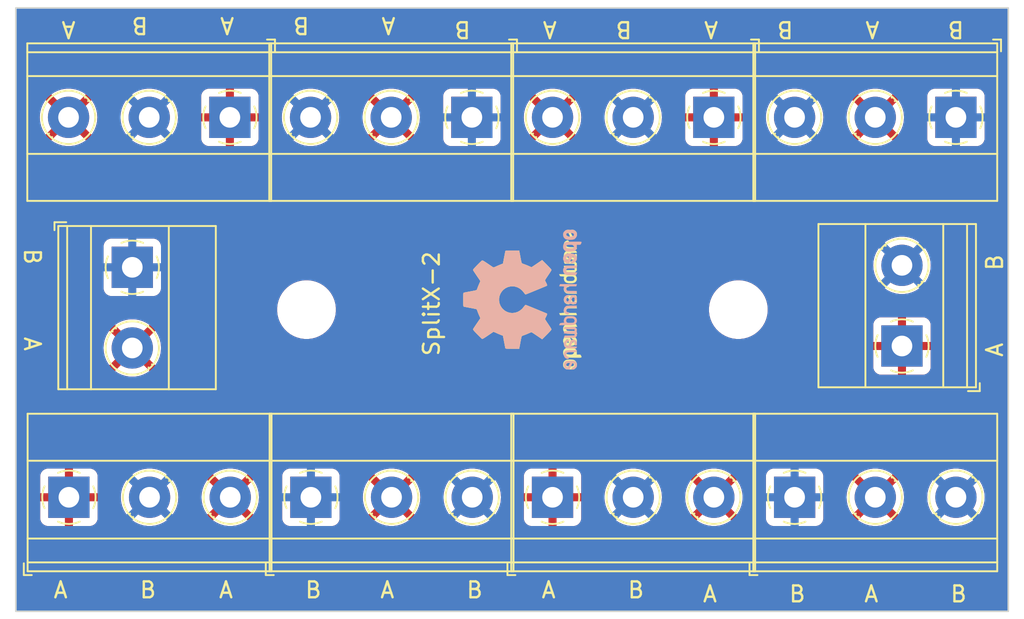
<source format=kicad_pcb>
(kicad_pcb (version 20240108) (generator "pcbnew") (generator_version "8.0")
  (layers (0 "F.Cu" signal) (31 "B.Cu" signal) (34 "B.Paste" user) (35 "F.Paste" user) (36 "B.SilkS" user "B.Silkscreen") (37 "F.SilkS" user "F.Silkscreen") (38 "B.Mask" user) (39 "F.Mask" user) (44 "Edge.Cuts" user))
  (net 0 "")
  (net 1 "B")
  (net 2 "A")
  (footprint "TerminalBlock_Phoenix:TerminalBlock_Phoenix_MKDS-1,5-3-5.08_1x03_P5.08mm_Horizontal" (layer "F.Cu") (at 220.218 43.891 180)
    (property "Reference" "J5" (hide yes))
    (property "Value" "Screw_Terminal_01x03")
    (pad "1" thru_hole rect (at 0 0 180) (size 2.6 2.6) (drill 1.3) (layers "*.Cu" "*.Mask") (net 1 "B"))
    (pad "2" thru_hole circle (at 5.08 0 180) (size 2.6 2.6) (drill 1.3) (layers "*.Cu" "*.Mask") (net 2 "A"))
    (pad "3" thru_hole circle (at 10.16 0 180) (size 2.6 2.6) (drill 1.3) (layers "*.Cu" "*.Mask") (net 1 "B"))
  )
  (footprint "TerminalBlock_Phoenix:TerminalBlock_Phoenix_MKDS-1,5-3-5.08_1x03_P5.08mm_Horizontal" (layer "F.Cu") (at 210.08 67.818)
    (property "Reference" "J6" (hide yes))
    (property "Value" "Screw_Terminal_01x03")
    (pad "1" thru_hole rect (at 0 0) (size 2.6 2.6) (drill 1.3) (layers "*.Cu" "*.Mask") (net 1 "B"))
    (pad "2" thru_hole circle (at 5.08 0) (size 2.6 2.6) (drill 1.3) (layers "*.Cu" "*.Mask") (net 2 "A"))
    (pad "3" thru_hole circle (at 10.16 0) (size 2.6 2.6) (drill 1.3) (layers "*.Cu" "*.Mask") (net 1 "B"))
  )
  (footprint "TerminalBlock_Phoenix:TerminalBlock_Phoenix_MKDS-1,5-3-5.08_1x03_P5.08mm_Horizontal" (layer "F.Cu") (at 194.84 67.818)
    (property "Reference" "J4" (hide yes))
    (property "Value" "Screw_Terminal_01x03")
    (pad "1" thru_hole rect (at 0 0) (size 2.6 2.6) (drill 1.3) (layers "*.Cu" "*.Mask") (net 2 "A"))
    (pad "2" thru_hole circle (at 5.08 0) (size 2.6 2.6) (drill 1.3) (layers "*.Cu" "*.Mask") (net 1 "B"))
    (pad "3" thru_hole circle (at 10.16 0) (size 2.6 2.6) (drill 1.3) (layers "*.Cu" "*.Mask") (net 2 "A"))
  )
  (footprint "Symbol:OSHW-Logo2_9.8x8mm_SilkScreen" (layer "F.Cu") (at 223.393 55.372 90)
    (property "Reference" "REF**" (hide yes))
    (property "Value" "OSHW-Logo2_9.8x8mm_SilkScreen" (hide yes))
  )
  (footprint "TerminalBlock_Phoenix:TerminalBlock_Phoenix_MKDS-1,5-2-5.08_1x02_P5.08mm_Horizontal" (layer "F.Cu") (at 198.831 53.335 -90)
    (property "Reference" "J1" (hide yes))
    (property "Value" "Screw_Terminal_01x02")
    (pad "1" thru_hole rect (at 0 0 270) (size 2.6 2.6) (drill 1.3) (layers "*.Cu" "*.Mask") (net 1 "B"))
    (pad "2" thru_hole circle (at 5.08 0 270) (size 2.6 2.6) (drill 1.3) (layers "*.Cu" "*.Mask") (net 2 "A"))
  )
  (footprint "TerminalBlock_Phoenix:TerminalBlock_Phoenix_MKDS-1,5-3-5.08_1x03_P5.08mm_Horizontal" (layer "F.Cu") (at 225.298 67.818)
    (property "Reference" "J8" (hide yes))
    (property "Value" "Screw_Terminal_01x03")
    (pad "1" thru_hole rect (at 0 0) (size 2.6 2.6) (drill 1.3) (layers "*.Cu" "*.Mask") (net 2 "A"))
    (pad "2" thru_hole circle (at 5.08 0) (size 2.6 2.6) (drill 1.3) (layers "*.Cu" "*.Mask") (net 1 "B"))
    (pad "3" thru_hole circle (at 10.16 0) (size 2.6 2.6) (drill 1.3) (layers "*.Cu" "*.Mask") (net 2 "A"))
  )
  (footprint "TerminalBlock_Phoenix:TerminalBlock_Phoenix_MKDS-1,5-3-5.08_1x03_P5.08mm_Horizontal" (layer "F.Cu") (at 250.703 43.891 180)
    (property "Reference" "J2" (hide yes))
    (property "Value" "Screw_Terminal_01x03")
    (pad "1" thru_hole rect (at 0 0 180) (size 2.6 2.6) (drill 1.3) (layers "*.Cu" "*.Mask") (net 1 "B"))
    (pad "2" thru_hole circle (at 5.08 0 180) (size 2.6 2.6) (drill 1.3) (layers "*.Cu" "*.Mask") (net 2 "A"))
    (pad "3" thru_hole circle (at 10.16 0 180) (size 2.6 2.6) (drill 1.3) (layers "*.Cu" "*.Mask") (net 1 "B"))
  )
  (footprint "MountingHole:MountingHole_3.2mm_M3" (layer "F.Cu") (at 209.804 56)
    (property "Reference" "REF**" (hide yes))
    (property "Value" "MountingHole_3.2mm_M3")
    (pad "" np_thru_hole circle (at 0 0) (size 3.2 3.2) (drill 3.2) (layers "*.Cu" "*.Mask"))
  )
  (footprint "MountingHole:MountingHole_3.2mm_M3" (layer "F.Cu") (at 237 56)
    (property "Reference" "REF**" (hide yes))
    (property "Value" "MountingHole_3.2mm_M3")
    (pad "" np_thru_hole circle (at 0 0) (size 3.2 3.2) (drill 3.2) (layers "*.Cu" "*.Mask"))
  )
  (footprint "TerminalBlock_Phoenix:TerminalBlock_Phoenix_MKDS-1,5-3-5.08_1x03_P5.08mm_Horizontal" (layer "F.Cu") (at 204.978 43.891 180)
    (property "Reference" "J7" (hide yes))
    (property "Value" "Screw_Terminal_01x03")
    (pad "1" thru_hole rect (at 0 0 180) (size 2.6 2.6) (drill 1.3) (layers "*.Cu" "*.Mask") (net 2 "A"))
    (pad "2" thru_hole circle (at 5.08 0 180) (size 2.6 2.6) (drill 1.3) (layers "*.Cu" "*.Mask") (net 1 "B"))
    (pad "3" thru_hole circle (at 10.16 0 180) (size 2.6 2.6) (drill 1.3) (layers "*.Cu" "*.Mask") (net 2 "A"))
  )
  (footprint "TerminalBlock_Phoenix:TerminalBlock_Phoenix_MKDS-1,5-3-5.08_1x03_P5.08mm_Horizontal" (layer "F.Cu") (at 240.544 67.818)
    (property "Reference" "J9" (hide yes))
    (property "Value" "Screw_Terminal_01x03")
    (pad "1" thru_hole rect (at 0 0) (size 2.6 2.6) (drill 1.3) (layers "*.Cu" "*.Mask") (net 1 "B"))
    (pad "2" thru_hole circle (at 5.08 0) (size 2.6 2.6) (drill 1.3) (layers "*.Cu" "*.Mask") (net 2 "A"))
    (pad "3" thru_hole circle (at 10.16 0) (size 2.6 2.6) (drill 1.3) (layers "*.Cu" "*.Mask") (net 1 "B"))
  )
  (footprint "TerminalBlock_Phoenix:TerminalBlock_Phoenix_MKDS-1,5-2-5.08_1x02_P5.08mm_Horizontal" (layer "F.Cu") (at 247.305 58.291 90)
    (property "Reference" "J10" (hide yes))
    (property "Value" "Screw_Terminal_01x02")
    (pad "1" thru_hole rect (at 0 0 90) (size 2.6 2.6) (drill 1.3) (layers "*.Cu" "*.Mask") (net 2 "A"))
    (pad "2" thru_hole circle (at 5.08 0 90) (size 2.6 2.6) (drill 1.3) (layers "*.Cu" "*.Mask") (net 1 "B"))
  )
  (footprint "TerminalBlock_Phoenix:TerminalBlock_Phoenix_MKDS-1,5-3-5.08_1x03_P5.08mm_Horizontal" (layer "F.Cu") (at 235.458 43.891 180)
    (property "Reference" "J3" (hide yes))
    (property "Value" "Screw_Terminal_01x03")
    (pad "1" thru_hole rect (at 0 0 180) (size 2.6 2.6) (drill 1.3) (layers "*.Cu" "*.Mask") (net 2 "A"))
    (pad "2" thru_hole circle (at 5.08 0 180) (size 2.6 2.6) (drill 1.3) (layers "*.Cu" "*.Mask") (net 1 "B"))
    (pad "3" thru_hole circle (at 10.16 0 180) (size 2.6 2.6) (drill 1.3) (layers "*.Cu" "*.Mask") (net 2 "A"))
  )
  (footprint "Symbol:OSHW-Logo2_9.8x8mm_SilkScreen" (layer "B.Cu") (at 223.393 55.372 -90)
    (property "Reference" "REF**" (hide yes))
    (property "Value" "OSHW-Logo2_9.8x8mm_SilkScreen" (hide yes))
  )
  (gr_rect (start 191.5 37) (end 254 75) (stroke (width 0.1)) (fill none) (layer "Edge.Cuts"))
  (gr_text "A      B" (at 248.158 73.914 0) (layer "F.SilkS") (effects (font (size 1 1))))
  (gr_text "B" (at 250.698 38.354 180) (layer "F.SilkS") (effects (font (size 1 1))))
  (gr_text "A      B" (at 232.5 38.354 180) (layer "F.SilkS") (effects (font (size 1 1))))
  (gr_text "A      B" (at 217.678 73.66 0) (layer "F.SilkS") (effects (font (size 1 1))))
  (gr_text "A      B" (at 242.66 38.354 180) (layer "F.SilkS") (effects (font (size 1 1))))
  (gr_text "A      B" (at 227.838 73.66 0) (layer "F.SilkS") (effects (font (size 1 1))))
  (gr_text "SplitX-2" (at 217.678 55.626 90) (layer "F.SilkS") (effects (font (size 1 1))))
  (gr_text "A      B" (at 202.02 38.1 180) (layer "F.SilkS") (effects (font (size 1 1))))
  (gr_text "A      B" (at 222.34 38.354 180) (layer "F.SilkS") (effects (font (size 1 1))))
  (gr_text "A      B" (at 207.518 73.66 0) (layer "F.SilkS") (effects (font (size 1 1))))
  (gr_text "A      B" (at 212.18 38.1 180) (layer "F.SilkS") (effects (font (size 1 1))))
  (gr_text "B      A" (at 192.532 55.372 270) (layer "F.SilkS") (effects (font (size 1 1))))
  (gr_text "A      B" (at 197.104 73.66 0) (layer "F.SilkS") (effects (font (size 1 1))))
  (gr_text "A" (at 194.818 38.354 180) (layer "F.SilkS") (effects (font (size 1 1))))
  (gr_text "A      B" (at 237.998 73.914 0) (layer "F.SilkS") (effects (font (size 1 1))))
  (gr_text "A      B" (at 253.147 55.746 90) (layer "F.SilkS") (effects (font (size 1 1))))
  (zone (net 2) (net_name "A") (layer "F.Cu") (connect_pads (clearance 0.508)) (min_thickness 0.254) (fill yes (thermal_gap 0.508) (thermal_bridge_width 0.508))
    (polygon (pts (xy 255 75.5) (xy 190.5 75.5) (xy 190.5 36.5) (xy 255 36.5)))
  )
  (zone (net 1) (net_name "B") (layer "B.Cu") (connect_pads (clearance 0.508)) (min_thickness 0.254) (fill yes (thermal_gap 0.508) (thermal_bridge_width 0.508))
    (polygon (pts (xy 255 75.5) (xy 190.5 75.5) (xy 190.5 36.5) (xy 255 36.5)))
  )
)
</source>
